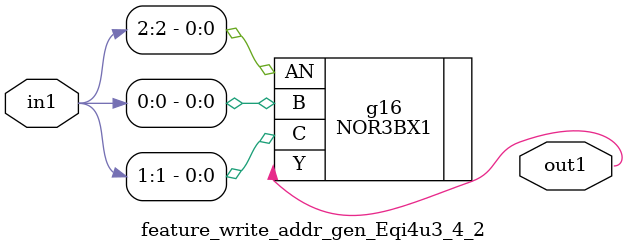
<source format=v>
`timescale 1ps / 1ps


module feature_write_addr_gen_Eqi4u3_4_2(in1, out1);
  input [2:0] in1;
  output out1;
  wire [2:0] in1;
  wire out1;
  NOR3BX1 g16(.AN (in1[2]), .B (in1[0]), .C (in1[1]), .Y (out1));
endmodule



</source>
